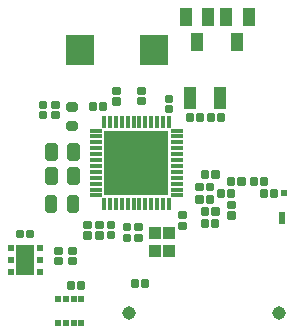
<source format=gbr>
G04 EAGLE Gerber RS-274X export*
G75*
%MOMM*%
%FSLAX34Y34*%
%LPD*%
%INSoldermask Top*%
%IPPOS*%
%AMOC8*
5,1,8,0,0,1.08239X$1,22.5*%
G01*
%ADD10R,0.977000X0.427000*%
%ADD11R,0.427000X0.977000*%
%ADD12R,5.377000X5.377000*%
%ADD13C,0.406869*%
%ADD14C,0.631119*%
%ADD15C,0.531859*%
%ADD16R,1.127000X1.927000*%
%ADD17R,0.977000X1.077000*%
%ADD18C,0.400200*%
%ADD19R,0.627000X0.627000*%
%ADD20R,0.627000X1.027000*%
%ADD21R,2.495000X2.530600*%
%ADD22R,1.577000X2.527000*%
%ADD23R,0.477000X0.627000*%
%ADD24C,1.143000*%
%ADD25R,1.127000X1.527000*%


D10*
X149816Y116010D03*
X149816Y121010D03*
X149816Y126010D03*
X149816Y131010D03*
X149816Y136010D03*
X149816Y141010D03*
X149816Y146010D03*
X149816Y151010D03*
X149816Y156010D03*
X149816Y161010D03*
X149816Y166010D03*
X149816Y171010D03*
D11*
X142816Y178010D03*
X137816Y178010D03*
X132816Y178010D03*
X127816Y178010D03*
X122816Y178010D03*
X117816Y178010D03*
X112816Y178010D03*
X107816Y178010D03*
X102816Y178010D03*
X97816Y178010D03*
X92816Y178010D03*
X87816Y178010D03*
D10*
X80816Y171010D03*
X80816Y166010D03*
X80816Y161010D03*
X80816Y156010D03*
X80816Y151010D03*
X80816Y146010D03*
X80816Y141010D03*
X80816Y136010D03*
X80816Y131010D03*
X80816Y126010D03*
X80816Y121010D03*
X80816Y116010D03*
D11*
X87816Y109010D03*
X92816Y109010D03*
X97816Y109010D03*
X102816Y109010D03*
X107816Y109010D03*
X112816Y109010D03*
X117816Y109010D03*
X122816Y109010D03*
X127816Y109010D03*
X132816Y109010D03*
X137816Y109010D03*
X142816Y109010D03*
D12*
X115316Y143510D03*
D13*
X47702Y192102D02*
X47702Y194704D01*
X47702Y192102D02*
X44500Y192102D01*
X44500Y194704D01*
X47702Y194704D01*
X44500Y186104D02*
X44500Y183502D01*
X44500Y186104D02*
X47702Y186104D01*
X47702Y183502D01*
X44500Y183502D01*
X37415Y192102D02*
X37415Y194704D01*
X37415Y192102D02*
X34213Y192102D01*
X34213Y194704D01*
X37415Y194704D01*
X34213Y186104D02*
X34213Y183502D01*
X34213Y186104D02*
X37415Y186104D01*
X37415Y183502D01*
X34213Y183502D01*
X94946Y92596D02*
X94946Y89994D01*
X91744Y89994D01*
X91744Y92596D01*
X94946Y92596D01*
X91744Y83996D02*
X91744Y81394D01*
X91744Y83996D02*
X94946Y83996D01*
X94946Y81394D01*
X91744Y81394D01*
X81965Y81267D02*
X81965Y83869D01*
X85167Y83869D01*
X85167Y81267D01*
X81965Y81267D01*
X85167Y89867D02*
X85167Y92469D01*
X85167Y89867D02*
X81965Y89867D01*
X81965Y92469D01*
X85167Y92469D01*
X79424Y193371D02*
X76822Y193371D01*
X79424Y193371D02*
X79424Y190169D01*
X76822Y190169D01*
X76822Y193371D01*
X85422Y190169D02*
X88024Y190169D01*
X85422Y190169D02*
X85422Y193371D01*
X88024Y193371D01*
X88024Y190169D01*
X176771Y184100D02*
X179373Y184100D01*
X179373Y180898D01*
X176771Y180898D01*
X176771Y184100D01*
X185371Y180898D02*
X187973Y180898D01*
X185371Y180898D02*
X185371Y184100D01*
X187973Y184100D01*
X187973Y180898D01*
X170066Y180898D02*
X167464Y180898D01*
X167464Y184100D01*
X170066Y184100D01*
X170066Y180898D01*
X161466Y184100D02*
X158864Y184100D01*
X161466Y184100D02*
X161466Y180898D01*
X158864Y180898D01*
X158864Y184100D01*
X140893Y188328D02*
X140893Y190930D01*
X144095Y190930D01*
X144095Y188328D01*
X140893Y188328D01*
X144095Y196928D02*
X144095Y199530D01*
X144095Y196928D02*
X140893Y196928D01*
X140893Y199530D01*
X144095Y199530D01*
X96189Y197280D02*
X96189Y194678D01*
X96189Y197280D02*
X99391Y197280D01*
X99391Y194678D01*
X96189Y194678D01*
X99391Y203278D02*
X99391Y205880D01*
X99391Y203278D02*
X96189Y203278D01*
X96189Y205880D01*
X99391Y205880D01*
X108535Y90691D02*
X108535Y88089D01*
X105333Y88089D01*
X105333Y90691D01*
X108535Y90691D01*
X105333Y82091D02*
X105333Y79489D01*
X105333Y82091D02*
X108535Y82091D01*
X108535Y79489D01*
X105333Y79489D01*
X75007Y89867D02*
X75007Y92469D01*
X75007Y89867D02*
X71805Y89867D01*
X71805Y92469D01*
X75007Y92469D01*
X71805Y83869D02*
X71805Y81267D01*
X71805Y83869D02*
X75007Y83869D01*
X75007Y81267D01*
X71805Y81267D01*
D14*
X63646Y104640D02*
X58686Y104640D01*
X58686Y113800D01*
X63646Y113800D01*
X63646Y104640D01*
X63646Y110635D02*
X58686Y110635D01*
X44946Y113800D02*
X39986Y113800D01*
X44946Y113800D02*
X44946Y104640D01*
X39986Y104640D01*
X39986Y113800D01*
X39986Y110635D02*
X44946Y110635D01*
X45073Y157488D02*
X40113Y157488D01*
X45073Y157488D02*
X45073Y148328D01*
X40113Y148328D01*
X40113Y157488D01*
X40113Y154323D02*
X45073Y154323D01*
X58813Y148328D02*
X63773Y148328D01*
X58813Y148328D02*
X58813Y157488D01*
X63773Y157488D01*
X63773Y148328D01*
X63773Y154323D02*
X58813Y154323D01*
D13*
X118187Y90691D02*
X118187Y88089D01*
X114985Y88089D01*
X114985Y90691D01*
X118187Y90691D01*
X114985Y82091D02*
X114985Y79489D01*
X114985Y82091D02*
X118187Y82091D01*
X118187Y79489D01*
X114985Y79489D01*
X155779Y98249D02*
X155779Y100851D01*
X155779Y98249D02*
X152577Y98249D01*
X152577Y100851D01*
X155779Y100851D01*
X152577Y92251D02*
X152577Y89649D01*
X152577Y92251D02*
X155779Y92251D01*
X155779Y89649D01*
X152577Y89649D01*
D15*
X58080Y172754D02*
X58080Y176606D01*
X63332Y176606D01*
X63332Y172754D01*
X58080Y172754D01*
X63332Y189154D02*
X63332Y193006D01*
X63332Y189154D02*
X58080Y189154D01*
X58080Y193006D01*
X63332Y193006D01*
D14*
X63900Y128262D02*
X58940Y128262D01*
X58940Y137422D01*
X63900Y137422D01*
X63900Y128262D01*
X63900Y134257D02*
X58940Y134257D01*
X45200Y137422D02*
X40240Y137422D01*
X45200Y137422D02*
X45200Y128262D01*
X40240Y128262D01*
X40240Y137422D01*
X40240Y134257D02*
X45200Y134257D01*
D16*
X185982Y198120D03*
X160982Y198120D03*
D17*
X142656Y69331D03*
X142656Y83831D03*
X131156Y83831D03*
X131156Y69331D03*
D18*
X166875Y121963D02*
X169543Y121963D01*
X166875Y121963D02*
X166875Y125231D01*
X169543Y125231D01*
X169543Y121963D01*
X175515Y121963D02*
X178183Y121963D01*
X175515Y121963D02*
X175515Y125231D01*
X178183Y125231D01*
X178183Y121963D01*
X174433Y132224D02*
X171765Y132224D01*
X171765Y135492D01*
X174433Y135492D01*
X174433Y132224D01*
X180405Y132224D02*
X183073Y132224D01*
X180405Y132224D02*
X180405Y135492D01*
X183073Y135492D01*
X183073Y132224D01*
X183023Y94383D02*
X180355Y94383D01*
X183023Y94383D02*
X183023Y91115D01*
X180355Y91115D01*
X180355Y94383D01*
X174383Y94383D02*
X171715Y94383D01*
X174383Y94383D02*
X174383Y91115D01*
X171715Y91115D01*
X171715Y94383D01*
X169622Y111643D02*
X166954Y111643D01*
X166954Y114911D01*
X169622Y114911D01*
X169622Y111643D01*
X175594Y111643D02*
X178262Y111643D01*
X175594Y111643D02*
X175594Y114911D01*
X178262Y114911D01*
X178262Y111643D01*
X193821Y109473D02*
X193821Y106805D01*
X193821Y109473D02*
X197089Y109473D01*
X197089Y106805D01*
X193821Y106805D01*
X193821Y100833D02*
X193821Y98165D01*
X193821Y100833D02*
X197089Y100833D01*
X197089Y98165D01*
X193821Y98165D01*
X212864Y126695D02*
X215531Y126686D01*
X212864Y126695D02*
X212875Y129962D01*
X215542Y129953D01*
X215531Y126686D01*
X221504Y126665D02*
X224171Y126656D01*
X221504Y126665D02*
X221515Y129932D01*
X224182Y129923D01*
X224171Y126656D01*
X174510Y101379D02*
X171842Y101379D01*
X171842Y104647D01*
X174510Y104647D01*
X174510Y101379D01*
X180482Y101379D02*
X183150Y101379D01*
X180482Y101379D02*
X180482Y104647D01*
X183150Y104647D01*
X183150Y101379D01*
X185204Y116476D02*
X187872Y116476D01*
X185204Y116476D02*
X185204Y119744D01*
X187872Y119744D01*
X187872Y116476D01*
X193844Y116476D02*
X196512Y116476D01*
X193844Y116476D02*
X193844Y119744D01*
X196512Y119744D01*
X196512Y116476D01*
X196477Y126744D02*
X193810Y126772D01*
X193845Y130038D01*
X196512Y130010D01*
X196477Y126744D01*
X202450Y126681D02*
X205117Y126653D01*
X202450Y126681D02*
X202485Y129947D01*
X205152Y129919D01*
X205117Y126653D01*
X117492Y203646D02*
X117492Y206314D01*
X120760Y206314D01*
X120760Y203646D01*
X117492Y203646D01*
X117492Y197674D02*
X117492Y195006D01*
X117492Y197674D02*
X120760Y197674D01*
X120760Y195006D01*
X117492Y195006D01*
X221419Y116771D02*
X224086Y116762D01*
X221419Y116771D02*
X221430Y120038D01*
X224097Y120029D01*
X224086Y116762D01*
X230059Y116741D02*
X232726Y116732D01*
X230059Y116741D02*
X230070Y120008D01*
X232737Y119999D01*
X232726Y116732D01*
D19*
X239980Y118308D03*
D20*
X238918Y97324D03*
D21*
X67765Y238789D03*
X130189Y238789D03*
D19*
X33836Y51341D03*
X33836Y61341D03*
X33836Y71341D03*
X8836Y51341D03*
X8836Y61341D03*
X8836Y71341D03*
D22*
X21209Y61325D03*
D13*
X66880Y38912D02*
X69482Y38912D01*
X66880Y38912D02*
X66880Y42114D01*
X69482Y42114D01*
X69482Y38912D01*
X60882Y42114D02*
X58280Y42114D01*
X60882Y42114D02*
X60882Y38912D01*
X58280Y38912D01*
X58280Y42114D01*
D23*
X55678Y28284D03*
X62178Y28284D03*
X68678Y28284D03*
X49178Y28284D03*
X62178Y7784D03*
X55678Y7784D03*
X49178Y7784D03*
X68678Y7784D03*
D13*
X17321Y85421D02*
X14719Y85421D01*
X17321Y85421D02*
X17321Y82219D01*
X14719Y82219D01*
X14719Y85421D01*
X23319Y82219D02*
X25921Y82219D01*
X23319Y82219D02*
X23319Y85421D01*
X25921Y85421D01*
X25921Y82219D01*
D24*
X109220Y16510D03*
X236220Y16510D03*
D18*
X123256Y43671D02*
X120588Y43671D01*
X123256Y43671D02*
X123256Y40403D01*
X120588Y40403D01*
X120588Y43671D01*
X114616Y43671D02*
X111948Y43671D01*
X114616Y43671D02*
X114616Y40403D01*
X111948Y40403D01*
X111948Y43671D01*
X50529Y59370D02*
X50529Y62038D01*
X50529Y59370D02*
X47261Y59370D01*
X47261Y62038D01*
X50529Y62038D01*
X50529Y68010D02*
X50529Y70678D01*
X50529Y68010D02*
X47261Y68010D01*
X47261Y70678D01*
X50529Y70678D01*
X62213Y62038D02*
X62213Y59370D01*
X58945Y59370D01*
X58945Y62038D01*
X62213Y62038D01*
X62213Y68010D02*
X62213Y70678D01*
X62213Y68010D02*
X58945Y68010D01*
X58945Y70678D01*
X62213Y70678D01*
D25*
X200660Y245540D03*
X191160Y267540D03*
X210160Y267540D03*
X166370Y245540D03*
X156870Y267540D03*
X175870Y267540D03*
M02*

</source>
